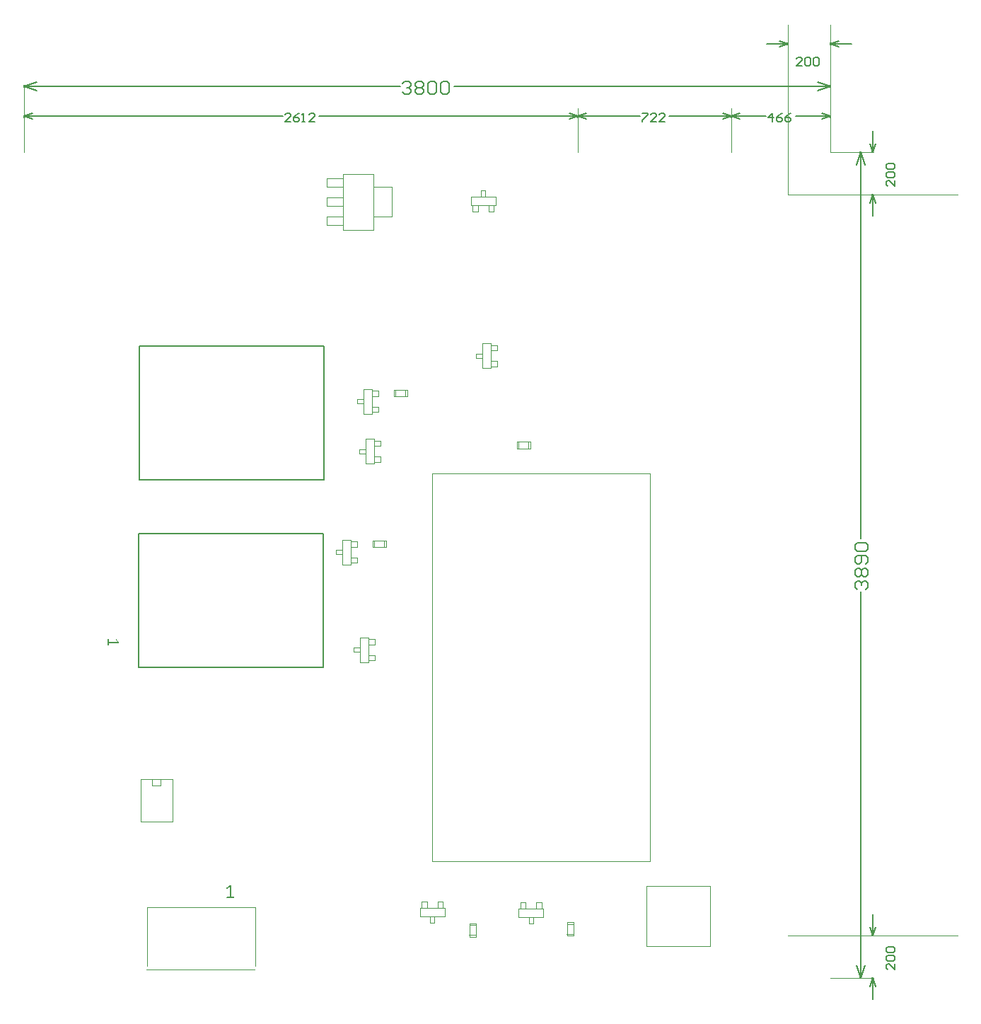
<source format=gm1>
G04*
G04 #@! TF.GenerationSoftware,Altium Limited,Altium Designer,21.0.8 (223)*
G04*
G04 Layer_Color=16711935*
%FSLAX25Y25*%
%MOIN*%
G70*
G04*
G04 #@! TF.SameCoordinates,790BC176-E466-43CB-AF78-98272D84D4DC*
G04*
G04*
G04 #@! TF.FilePolarity,Positive*
G04*
G01*
G75*
%ADD14C,0.00500*%
%ADD18C,0.00050*%
%ADD95C,0.00100*%
%ADD96C,0.00051*%
%ADD97C,0.00600*%
G36*
X97531Y43637D02*
X97591Y43632D01*
X97602D01*
X97635Y43626D01*
X97673Y43615D01*
X97706Y43604D01*
X97711Y43599D01*
X97728Y43593D01*
X97750Y43577D01*
X97766Y43561D01*
X97771Y43555D01*
X97777Y43544D01*
X97782Y43528D01*
Y43506D01*
Y38150D01*
X98902D01*
X98923Y38139D01*
X98951Y38128D01*
X98956Y38122D01*
X98973Y38111D01*
X98989Y38090D01*
X99005Y38062D01*
X99011Y38057D01*
X99016Y38035D01*
X99027Y38002D01*
X99038Y37964D01*
X99044Y37953D01*
X99049Y37926D01*
X99054Y37877D01*
Y37817D01*
Y37811D01*
Y37800D01*
Y37784D01*
Y37767D01*
X99049Y37713D01*
X99038Y37664D01*
Y37653D01*
X99027Y37631D01*
X99016Y37598D01*
X99000Y37565D01*
X98994Y37560D01*
X98984Y37549D01*
X98967Y37533D01*
X98945Y37516D01*
X98940D01*
X98923Y37511D01*
X98902Y37505D01*
X98880Y37500D01*
X95675D01*
X95653Y37505D01*
X95631Y37516D01*
X95626Y37522D01*
X95615Y37527D01*
X95598Y37544D01*
X95576Y37565D01*
X95571Y37571D01*
X95565Y37593D01*
X95549Y37626D01*
X95538Y37664D01*
Y37669D01*
Y37675D01*
X95533Y37707D01*
X95527Y37757D01*
Y37817D01*
Y37822D01*
Y37833D01*
Y37849D01*
Y37866D01*
X95533Y37915D01*
X95538Y37964D01*
Y37970D01*
X95544Y37975D01*
X95549Y37997D01*
X95560Y38030D01*
X95571Y38062D01*
X95576Y38068D01*
X95587Y38090D01*
X95604Y38106D01*
X95626Y38128D01*
X95631Y38133D01*
X95647Y38139D01*
X95669Y38144D01*
X95697Y38150D01*
X96969D01*
Y42791D01*
X95784Y42086D01*
X95779D01*
X95767Y42081D01*
X95735Y42059D01*
X95686Y42043D01*
X95642Y42026D01*
X95609D01*
X95582Y42032D01*
X95555Y42048D01*
X95549Y42054D01*
X95538Y42075D01*
X95522Y42108D01*
X95511Y42152D01*
Y42157D01*
Y42163D01*
X95505Y42179D01*
Y42201D01*
X95500Y42256D01*
Y42327D01*
Y42332D01*
Y42343D01*
Y42376D01*
Y42419D01*
X95505Y42463D01*
Y42469D01*
Y42474D01*
X95511Y42496D01*
X95516Y42529D01*
X95522Y42561D01*
X95527Y42567D01*
X95533Y42583D01*
X95565Y42627D01*
X95571Y42632D01*
X95587Y42643D01*
X95609Y42660D01*
X95636Y42682D01*
X97040Y43582D01*
X97045Y43588D01*
X97056Y43593D01*
X97089Y43604D01*
X97094D01*
X97111Y43610D01*
X97132Y43621D01*
X97160Y43626D01*
X97165D01*
X97187Y43632D01*
X97220Y43637D01*
X97269D01*
X97296Y43643D01*
X97466D01*
X97531Y43637D01*
D02*
G37*
G36*
X43636Y159495D02*
X43641D01*
X43645D01*
X43663Y159491D01*
X43691Y159486D01*
X43718Y159482D01*
X43722Y159477D01*
X43736Y159473D01*
X43772Y159445D01*
X43777Y159441D01*
X43786Y159427D01*
X43800Y159409D01*
X43818Y159386D01*
X44569Y158217D01*
X44573Y158212D01*
X44578Y158203D01*
X44587Y158176D01*
Y158171D01*
X44591Y158158D01*
X44600Y158140D01*
X44605Y158117D01*
Y158112D01*
X44610Y158094D01*
X44614Y158067D01*
Y158026D01*
X44619Y158003D01*
Y157862D01*
X44614Y157807D01*
X44610Y157757D01*
Y157748D01*
X44605Y157721D01*
X44596Y157689D01*
X44587Y157662D01*
X44582Y157657D01*
X44578Y157644D01*
X44564Y157625D01*
X44550Y157612D01*
X44546Y157607D01*
X44537Y157603D01*
X44523Y157598D01*
X44505D01*
X40041D01*
Y156665D01*
X40032Y156647D01*
X40023Y156624D01*
X40019Y156620D01*
X40010Y156606D01*
X39991Y156593D01*
X39969Y156579D01*
X39964Y156574D01*
X39946Y156570D01*
X39919Y156561D01*
X39887Y156552D01*
X39878Y156547D01*
X39855Y156543D01*
X39814Y156538D01*
X39764D01*
X39759D01*
X39750D01*
X39737D01*
X39723D01*
X39677Y156543D01*
X39636Y156552D01*
X39627D01*
X39609Y156561D01*
X39582Y156570D01*
X39555Y156583D01*
X39550Y156588D01*
X39541Y156597D01*
X39527Y156611D01*
X39514Y156629D01*
Y156633D01*
X39509Y156647D01*
X39505Y156665D01*
X39500Y156684D01*
Y159354D01*
X39505Y159373D01*
X39514Y159391D01*
X39518Y159395D01*
X39523Y159404D01*
X39536Y159418D01*
X39555Y159436D01*
X39559Y159441D01*
X39577Y159445D01*
X39605Y159459D01*
X39636Y159468D01*
X39641D01*
X39646D01*
X39673Y159473D01*
X39714Y159477D01*
X39764D01*
X39768D01*
X39778D01*
X39791D01*
X39805D01*
X39846Y159473D01*
X39887Y159468D01*
X39891D01*
X39896Y159464D01*
X39914Y159459D01*
X39941Y159450D01*
X39969Y159441D01*
X39973Y159436D01*
X39991Y159427D01*
X40005Y159414D01*
X40023Y159395D01*
X40028Y159391D01*
X40032Y159377D01*
X40037Y159359D01*
X40041Y159336D01*
Y158276D01*
X43909D01*
X43322Y159263D01*
Y159268D01*
X43317Y159277D01*
X43299Y159304D01*
X43286Y159345D01*
X43272Y159382D01*
Y159409D01*
X43277Y159432D01*
X43290Y159455D01*
X43295Y159459D01*
X43313Y159468D01*
X43340Y159482D01*
X43377Y159491D01*
X43381D01*
X43386D01*
X43399Y159495D01*
X43418D01*
X43463Y159500D01*
X43522D01*
X43527D01*
X43536D01*
X43563D01*
X43600D01*
X43636Y159495D01*
D02*
G37*
D14*
X399500Y20000D02*
X400500D01*
X399500Y0D02*
X400500D01*
X400000Y20000D02*
X401333Y24000D01*
X398667D02*
X400000Y20000D01*
Y0D02*
X401333Y-4000D01*
X398667D02*
X400000Y0D01*
Y20000D02*
Y30000D01*
Y-10000D02*
Y0D01*
X399500Y389000D02*
X400500D01*
X399500Y369000D02*
X400500D01*
X400000Y389000D02*
X401333Y393000D01*
X398667D02*
X400000Y389000D01*
Y369000D02*
X401333Y365000D01*
X398667D02*
X400000Y369000D01*
Y389000D02*
Y399000D01*
Y359000D02*
Y369000D01*
X380000Y439500D02*
Y440500D01*
X360000Y439500D02*
Y440500D01*
X380000Y440000D02*
X384000Y438667D01*
X380000Y440000D02*
X384000Y441333D01*
X356000Y438667D02*
X360000Y440000D01*
X356000Y441333D02*
X360000Y440000D01*
X380000D02*
X390000D01*
X350000D02*
X360000D01*
X393801Y388996D02*
X394801D01*
X393801Y-4D02*
X394801D01*
X394301Y388996D02*
X396301Y382996D01*
X392301D02*
X394301Y388996D01*
Y-4D02*
X396301Y5996D01*
X392301D02*
X394301Y-4D01*
Y207093D02*
Y388996D01*
Y-4D02*
Y181900D01*
X380000Y419500D02*
Y420500D01*
X0Y419500D02*
Y420500D01*
X374000Y418000D02*
X380000Y420000D01*
X374000Y422000D02*
X380000Y420000D01*
X0D02*
X6000Y418000D01*
X0Y420000D02*
X6000Y422000D01*
X202596Y420000D02*
X380000D01*
X0D02*
X177403D01*
X379962Y405400D02*
Y406400D01*
X333362Y405400D02*
Y406400D01*
X375962Y404567D02*
X379962Y405900D01*
X375962Y407233D02*
X379962Y405900D01*
X333362D02*
X337362Y404567D01*
X333362Y405900D02*
X337362Y407233D01*
X363593Y405900D02*
X379962D01*
X333362D02*
X349730D01*
X333400Y405400D02*
Y406400D01*
X261200Y405400D02*
Y406400D01*
X329400Y404567D02*
X333400Y405900D01*
X329400Y407233D02*
X333400Y405900D01*
X261200D02*
X265200Y404567D01*
X261200Y405900D02*
X265200Y407233D01*
X304232Y405900D02*
X333400D01*
X261200D02*
X290368D01*
X261200Y405400D02*
Y406400D01*
X0Y405400D02*
Y406400D01*
X257200Y404567D02*
X261200Y405900D01*
X257200Y407233D02*
X261200Y405900D01*
X0D02*
X4000Y404567D01*
X0Y405900D02*
X4000Y407233D01*
X139198Y405900D02*
X261200D01*
X0D02*
X122002D01*
X54490Y297620D02*
X141490D01*
X54490Y234620D02*
Y297620D01*
Y234620D02*
X141490D01*
Y297620D01*
X53990Y209120D02*
X140990D01*
X53990Y146120D02*
Y209120D01*
Y146120D02*
X140990D01*
Y209120D01*
D18*
X192500Y55000D02*
Y237500D01*
Y55000D02*
X295000D01*
Y237500D01*
X192500D02*
X295000D01*
X154000Y203000D02*
X157000D01*
X154000Y195500D02*
X157000D01*
Y198000D01*
X154000D02*
X157000D01*
X147000Y199500D02*
Y201500D01*
X150000D01*
X147000Y199500D02*
X150000D01*
X150031Y206405D02*
X153969D01*
X150031Y194693D02*
Y206405D01*
X153969Y194693D02*
Y206405D01*
X150031Y194693D02*
X153969D01*
X154000Y205500D02*
X157000D01*
Y203000D02*
Y205500D01*
X164000Y276500D02*
X167000D01*
Y274000D02*
Y276500D01*
X164000Y274000D02*
X167000D01*
X164000Y266500D02*
X167000D01*
Y269000D01*
X164000D02*
X167000D01*
X157000Y270500D02*
Y272500D01*
X160000D01*
X157000Y270500D02*
X160000D01*
X160031Y277406D02*
X163969D01*
X160031Y265693D02*
Y277406D01*
X163969Y265693D02*
Y277406D01*
X160031Y265693D02*
X163969D01*
X175110Y273920D02*
Y277090D01*
X179850Y273890D02*
Y277090D01*
X174350Y273920D02*
X180650D01*
Y277080D01*
X174350Y273920D02*
Y277075D01*
X174355Y277080D01*
X180650D01*
X165110Y202920D02*
Y206090D01*
X169850Y202890D02*
Y206090D01*
X164350Y202920D02*
X170650D01*
Y206080D01*
X164350Y202920D02*
Y206075D01*
X164356Y206080D01*
X170650D01*
X232350Y249420D02*
X238645D01*
X238650Y249426D01*
Y252580D01*
X232350Y249420D02*
Y252580D01*
X238650D01*
X233150Y249410D02*
Y252610D01*
X237890Y249410D02*
Y252580D01*
X255920Y25390D02*
X259090D01*
X255890Y20650D02*
X259090D01*
X255920Y19850D02*
Y26150D01*
Y19850D02*
X259080D01*
X255920Y26150D02*
X259074D01*
X259080Y26144D01*
Y19850D02*
Y26144D01*
X213080Y19350D02*
Y25644D01*
X213074Y25650D02*
X213080Y25644D01*
X209920Y25650D02*
X213074D01*
X209920Y19350D02*
X213080D01*
X209920D02*
Y25650D01*
X209890Y20150D02*
X213090D01*
X209920Y24890D02*
X213090D01*
X220000Y298000D02*
X223000D01*
Y295500D02*
Y298000D01*
X220000Y295500D02*
X223000D01*
X220000Y288000D02*
X223000D01*
Y290500D01*
X220000D02*
X223000D01*
X213000Y292000D02*
Y294000D01*
X216000D01*
X213000Y292000D02*
X216000D01*
X216032Y298905D02*
X219969D01*
X216032Y287193D02*
Y298905D01*
X219969Y287193D02*
Y298905D01*
X216032Y287193D02*
X219969D01*
X164750Y352560D02*
Y378700D01*
X150250D02*
X164750D01*
X150250Y352300D02*
Y378700D01*
Y352300D02*
X164750D01*
Y353060D01*
Y358560D02*
X173250D01*
Y372560D01*
X164750D02*
X173250D01*
X142750D02*
X150250D01*
X142750D02*
Y376560D01*
X150250D01*
X142750Y367560D02*
X150250D01*
X142750Y363560D02*
Y367560D01*
Y363560D02*
X150250D01*
X142750Y358560D02*
X150250D01*
X142750Y354560D02*
Y358560D01*
Y354560D02*
X150250D01*
X187500Y33000D02*
Y36000D01*
X244807Y28532D02*
Y32469D01*
X233095D02*
X244807D01*
X233095Y28532D02*
X244807D01*
X233095D02*
Y32469D01*
X240000Y25500D02*
Y28500D01*
X238000Y25500D02*
Y28500D01*
Y25500D02*
X240000D01*
X241500Y32500D02*
Y35500D01*
X244000D01*
Y32500D02*
Y35500D01*
X236500Y32500D02*
Y35500D01*
X234000D02*
X236500D01*
X234000Y32500D02*
Y35500D01*
X158531Y148693D02*
X162469D01*
Y160406D01*
X158531Y148693D02*
Y160406D01*
X162469D01*
X155500Y153500D02*
X158500D01*
X155500Y155500D02*
X158500D01*
X155500Y153500D02*
Y155500D01*
X162500Y152000D02*
X165500D01*
Y149500D02*
Y152000D01*
X162500Y149500D02*
X165500D01*
X162500Y157000D02*
X165500D01*
Y159500D01*
X162500D02*
X165500D01*
X161031Y242193D02*
X164969D01*
Y253906D01*
X161031Y242193D02*
Y253906D01*
X164969D01*
X158000Y247000D02*
X161000D01*
X158000Y249000D02*
X161000D01*
X158000Y247000D02*
Y249000D01*
X165000Y245500D02*
X168000D01*
Y243000D02*
Y245500D01*
X165000Y243000D02*
X168000D01*
X165000Y250500D02*
X168000D01*
Y253000D01*
X165000D02*
X168000D01*
X210693Y364032D02*
Y367969D01*
Y364032D02*
X222406D01*
X210693Y367969D02*
X222406D01*
Y364032D02*
Y367969D01*
X215500Y368000D02*
Y371000D01*
X217500Y368000D02*
Y371000D01*
X215500D02*
X217500D01*
X214000Y361000D02*
Y364000D01*
X211500Y361000D02*
X214000D01*
X211500D02*
Y364000D01*
X219000Y361000D02*
Y364000D01*
Y361000D02*
X221500D01*
Y364000D01*
X198307Y29032D02*
Y32969D01*
X186594D02*
X198307D01*
X186594Y29032D02*
X198307D01*
X186594D02*
Y32969D01*
X193500Y26000D02*
Y29000D01*
X191500Y26000D02*
Y29000D01*
Y26000D02*
X193500D01*
X195000Y33000D02*
Y36000D01*
X197500D01*
Y33000D02*
Y36000D01*
X190000Y33000D02*
Y36000D01*
X187500D02*
X190000D01*
D95*
X360000Y369000D02*
Y449000D01*
Y369000D02*
X440000D01*
X360000Y20000D02*
X440000D01*
X380000Y389000D02*
X400000D01*
X380000Y0D02*
X400000D01*
X380000Y389000D02*
Y449000D01*
X333400Y389000D02*
Y409500D01*
X261200Y389000D02*
Y409500D01*
X0Y389000D02*
Y420000D01*
X60495Y90500D02*
Y93500D01*
Y90500D02*
X64495D01*
Y93500D01*
X70000Y73500D02*
Y93500D01*
X55000Y73500D02*
X70000D01*
X55000D02*
Y93500D01*
X70000D01*
D96*
X293400Y43200D02*
X297838D01*
X293400Y14900D02*
Y43200D01*
Y14900D02*
X310100D01*
X297838Y43200D02*
X323500D01*
X310100Y14900D02*
X323500D01*
Y43200D01*
X109000Y5500D02*
Y33400D01*
X58000Y5500D02*
Y33400D01*
X109000D01*
X57900Y4000D02*
X108900D01*
D97*
X410397Y6734D02*
Y4068D01*
X407732Y6734D01*
X407065D01*
X406399Y6068D01*
Y4735D01*
X407065Y4068D01*
Y8067D02*
X406399Y8733D01*
Y10067D01*
X407065Y10733D01*
X409731D01*
X410397Y10067D01*
Y8733D01*
X409731Y8067D01*
X407065D01*
Y12066D02*
X406399Y12732D01*
Y14065D01*
X407065Y14732D01*
X409731D01*
X410397Y14065D01*
Y12732D01*
X409731Y12066D01*
X407065D01*
X410397Y375734D02*
Y373068D01*
X407732Y375734D01*
X407065D01*
X406399Y375068D01*
Y373735D01*
X407065Y373068D01*
Y377067D02*
X406399Y377734D01*
Y379066D01*
X407065Y379733D01*
X409731D01*
X410397Y379066D01*
Y377734D01*
X409731Y377067D01*
X407065D01*
Y381066D02*
X406399Y381732D01*
Y383065D01*
X407065Y383732D01*
X409731D01*
X410397Y383065D01*
Y381732D01*
X409731Y381066D01*
X407065D01*
X366734Y429603D02*
X364068D01*
X366734Y432268D01*
Y432935D01*
X366068Y433601D01*
X364735D01*
X364068Y432935D01*
X368067D02*
X368734Y433601D01*
X370066D01*
X370733Y432935D01*
Y430269D01*
X370066Y429603D01*
X368734D01*
X368067Y430269D01*
Y432935D01*
X372066D02*
X372732Y433601D01*
X374065D01*
X374732Y432935D01*
Y430269D01*
X374065Y429603D01*
X372732D01*
X372066Y430269D01*
Y432935D01*
X392902Y182900D02*
X391902Y183900D01*
Y185899D01*
X392902Y186899D01*
X393901D01*
X394901Y185899D01*
Y184899D01*
Y185899D01*
X395901Y186899D01*
X396900D01*
X397900Y185899D01*
Y183900D01*
X396900Y182900D01*
X392902Y188898D02*
X391902Y189898D01*
Y191897D01*
X392902Y192897D01*
X393901D01*
X394901Y191897D01*
X395901Y192897D01*
X396900D01*
X397900Y191897D01*
Y189898D01*
X396900Y188898D01*
X395901D01*
X394901Y189898D01*
X393901Y188898D01*
X392902D01*
X394901Y189898D02*
Y191897D01*
X396900Y194896D02*
X397900Y195896D01*
Y197895D01*
X396900Y198895D01*
X392902D01*
X391902Y197895D01*
Y195896D01*
X392902Y194896D01*
X393901D01*
X394901Y195896D01*
Y198895D01*
X392902Y200894D02*
X391902Y201894D01*
Y203893D01*
X392902Y204893D01*
X396900D01*
X397900Y203893D01*
Y201894D01*
X396900Y200894D01*
X392902D01*
X178403Y421399D02*
X179403Y422399D01*
X181403D01*
X182402Y421399D01*
Y420400D01*
X181403Y419400D01*
X180403D01*
X181403D01*
X182402Y418400D01*
Y417401D01*
X181403Y416401D01*
X179403D01*
X178403Y417401D01*
X184402Y421399D02*
X185401Y422399D01*
X187401D01*
X188400Y421399D01*
Y420400D01*
X187401Y419400D01*
X188400Y418400D01*
Y417401D01*
X187401Y416401D01*
X185401D01*
X184402Y417401D01*
Y418400D01*
X185401Y419400D01*
X184402Y420400D01*
Y421399D01*
X185401Y419400D02*
X187401D01*
X190400Y421399D02*
X191399Y422399D01*
X193399D01*
X194398Y421399D01*
Y417401D01*
X193399Y416401D01*
X191399D01*
X190400Y417401D01*
Y421399D01*
X196398D02*
X197397Y422399D01*
X199397D01*
X200396Y421399D01*
Y417401D01*
X199397Y416401D01*
X197397D01*
X196398Y417401D01*
Y421399D01*
X352729Y403301D02*
Y407299D01*
X350730Y405300D01*
X353396D01*
X357395Y407299D02*
X356062Y406633D01*
X354729Y405300D01*
Y403967D01*
X355395Y403301D01*
X356728D01*
X357395Y403967D01*
Y404634D01*
X356728Y405300D01*
X354729D01*
X361393Y407299D02*
X360060Y406633D01*
X358727Y405300D01*
Y403967D01*
X359394Y403301D01*
X360727D01*
X361393Y403967D01*
Y404634D01*
X360727Y405300D01*
X358727D01*
X291368Y407299D02*
X294034D01*
Y406633D01*
X291368Y403967D01*
Y403301D01*
X298033D02*
X295367D01*
X298033Y405966D01*
Y406633D01*
X297366Y407299D01*
X296034D01*
X295367Y406633D01*
X302032Y403301D02*
X299366D01*
X302032Y405966D01*
Y406633D01*
X301365Y407299D01*
X300032D01*
X299366Y406633D01*
X125668Y403301D02*
X123002D01*
X125668Y405966D01*
Y406633D01*
X125002Y407299D01*
X123669D01*
X123002Y406633D01*
X129667Y407299D02*
X128334Y406633D01*
X127001Y405300D01*
Y403967D01*
X127667Y403301D01*
X129000D01*
X129667Y403967D01*
Y404634D01*
X129000Y405300D01*
X127001D01*
X131000Y403301D02*
X132333D01*
X131666D01*
Y407299D01*
X131000Y406633D01*
X136998Y403301D02*
X134332D01*
X136998Y405966D01*
Y406633D01*
X136331Y407299D01*
X134998D01*
X134332Y406633D01*
M02*

</source>
